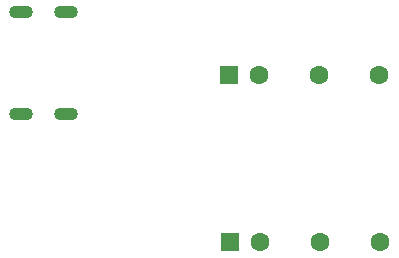
<source format=gbr>
%TF.GenerationSoftware,KiCad,Pcbnew,7.0.9*%
%TF.CreationDate,2024-10-16T13:59:32-06:00*%
%TF.ProjectId,uart_mux_v3,75617274-5f6d-4757-985f-76332e6b6963,rev?*%
%TF.SameCoordinates,Original*%
%TF.FileFunction,Paste,Bot*%
%TF.FilePolarity,Positive*%
%FSLAX46Y46*%
G04 Gerber Fmt 4.6, Leading zero omitted, Abs format (unit mm)*
G04 Created by KiCad (PCBNEW 7.0.9) date 2024-10-16 13:59:32*
%MOMM*%
%LPD*%
G01*
G04 APERTURE LIST*
%ADD10R,1.600000X1.600000*%
%ADD11C,1.600000*%
%ADD12O,2.000000X1.100000*%
G04 APERTURE END LIST*
D10*
%TO.C,PS2*%
X108780000Y-97475000D03*
D11*
X111320000Y-97475000D03*
X116400000Y-97475000D03*
X121480000Y-97475000D03*
%TD*%
D12*
%TO.C,J1*%
X95002000Y-92180000D03*
X91202000Y-92180000D03*
X95002000Y-100820000D03*
X91202000Y-100820000D03*
%TD*%
D10*
%TO.C,PS3*%
X108880000Y-111675000D03*
D11*
X111420000Y-111675000D03*
X116500000Y-111675000D03*
X121580000Y-111675000D03*
%TD*%
M02*

</source>
